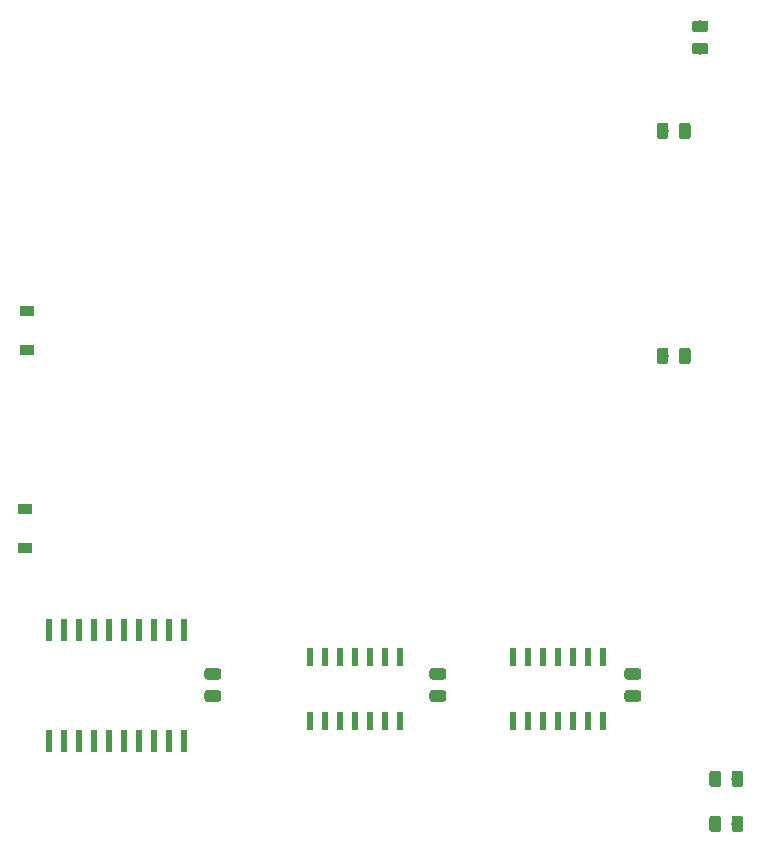
<source format=gtp>
%TF.GenerationSoftware,KiCad,Pcbnew,(5.0.0)*%
%TF.CreationDate,2018-09-17T10:05:30-07:00*%
%TF.ProjectId,6522,363532322E6B696361645F7063620000,0.1*%
%TF.SameCoordinates,PX6b302f8PY7fe6300*%
%TF.FileFunction,Paste,Top*%
%TF.FilePolarity,Positive*%
%FSLAX46Y46*%
G04 Gerber Fmt 4.6, Leading zero omitted, Abs format (unit mm)*
G04 Created by KiCad (PCBNEW (5.0.0)) date 09/17/18 10:05:30*
%MOMM*%
%LPD*%
G01*
G04 APERTURE LIST*
%ADD10R,0.600000X1.950000*%
%ADD11R,0.600000X1.500000*%
%ADD12C,0.100000*%
%ADD13C,0.975000*%
%ADD14R,1.200000X0.900000*%
G04 APERTURE END LIST*
D10*
X4445000Y17779000D03*
X5715000Y17779000D03*
X6985000Y17779000D03*
X8255000Y17779000D03*
X9525000Y17779000D03*
X10795000Y17779000D03*
X12065000Y17779000D03*
X13335000Y17779000D03*
X14605000Y17779000D03*
X15875000Y17779000D03*
X15875000Y27179000D03*
X14605000Y27179000D03*
X13335000Y27179000D03*
X12065000Y27179000D03*
X10795000Y27179000D03*
X9525000Y27179000D03*
X8255000Y27179000D03*
X6985000Y27179000D03*
X5715000Y27179000D03*
X4445000Y27179000D03*
D11*
X43688000Y19525000D03*
X44958000Y19525000D03*
X46228000Y19525000D03*
X47498000Y19525000D03*
X48768000Y19525000D03*
X50038000Y19525000D03*
X51308000Y19525000D03*
X51308000Y24925000D03*
X50038000Y24925000D03*
X48768000Y24925000D03*
X47498000Y24925000D03*
X46228000Y24925000D03*
X44958000Y24925000D03*
X43688000Y24925000D03*
X26543000Y24925000D03*
X27813000Y24925000D03*
X29083000Y24925000D03*
X30353000Y24925000D03*
X31623000Y24925000D03*
X32893000Y24925000D03*
X34163000Y24925000D03*
X34163000Y19525000D03*
X32893000Y19525000D03*
X31623000Y19525000D03*
X30353000Y19525000D03*
X29083000Y19525000D03*
X27813000Y19525000D03*
X26543000Y19525000D03*
D12*
G36*
X62975642Y11493826D02*
X62999303Y11490316D01*
X63022507Y11484504D01*
X63045029Y11476446D01*
X63066653Y11466218D01*
X63087170Y11453921D01*
X63106383Y11439671D01*
X63124107Y11423607D01*
X63140171Y11405883D01*
X63154421Y11386670D01*
X63166718Y11366153D01*
X63176946Y11344529D01*
X63185004Y11322007D01*
X63190816Y11298803D01*
X63194326Y11275142D01*
X63195500Y11251250D01*
X63195500Y10338750D01*
X63194326Y10314858D01*
X63190816Y10291197D01*
X63185004Y10267993D01*
X63176946Y10245471D01*
X63166718Y10223847D01*
X63154421Y10203330D01*
X63140171Y10184117D01*
X63124107Y10166393D01*
X63106383Y10150329D01*
X63087170Y10136079D01*
X63066653Y10123782D01*
X63045029Y10113554D01*
X63022507Y10105496D01*
X62999303Y10099684D01*
X62975642Y10096174D01*
X62951750Y10095000D01*
X62464250Y10095000D01*
X62440358Y10096174D01*
X62416697Y10099684D01*
X62393493Y10105496D01*
X62370971Y10113554D01*
X62349347Y10123782D01*
X62328830Y10136079D01*
X62309617Y10150329D01*
X62291893Y10166393D01*
X62275829Y10184117D01*
X62261579Y10203330D01*
X62249282Y10223847D01*
X62239054Y10245471D01*
X62230996Y10267993D01*
X62225184Y10291197D01*
X62221674Y10314858D01*
X62220500Y10338750D01*
X62220500Y11251250D01*
X62221674Y11275142D01*
X62225184Y11298803D01*
X62230996Y11322007D01*
X62239054Y11344529D01*
X62249282Y11366153D01*
X62261579Y11386670D01*
X62275829Y11405883D01*
X62291893Y11423607D01*
X62309617Y11439671D01*
X62328830Y11453921D01*
X62349347Y11466218D01*
X62370971Y11476446D01*
X62393493Y11484504D01*
X62416697Y11490316D01*
X62440358Y11493826D01*
X62464250Y11495000D01*
X62951750Y11495000D01*
X62975642Y11493826D01*
X62975642Y11493826D01*
G37*
D13*
X62708000Y10795000D03*
D12*
G36*
X61100642Y11493826D02*
X61124303Y11490316D01*
X61147507Y11484504D01*
X61170029Y11476446D01*
X61191653Y11466218D01*
X61212170Y11453921D01*
X61231383Y11439671D01*
X61249107Y11423607D01*
X61265171Y11405883D01*
X61279421Y11386670D01*
X61291718Y11366153D01*
X61301946Y11344529D01*
X61310004Y11322007D01*
X61315816Y11298803D01*
X61319326Y11275142D01*
X61320500Y11251250D01*
X61320500Y10338750D01*
X61319326Y10314858D01*
X61315816Y10291197D01*
X61310004Y10267993D01*
X61301946Y10245471D01*
X61291718Y10223847D01*
X61279421Y10203330D01*
X61265171Y10184117D01*
X61249107Y10166393D01*
X61231383Y10150329D01*
X61212170Y10136079D01*
X61191653Y10123782D01*
X61170029Y10113554D01*
X61147507Y10105496D01*
X61124303Y10099684D01*
X61100642Y10096174D01*
X61076750Y10095000D01*
X60589250Y10095000D01*
X60565358Y10096174D01*
X60541697Y10099684D01*
X60518493Y10105496D01*
X60495971Y10113554D01*
X60474347Y10123782D01*
X60453830Y10136079D01*
X60434617Y10150329D01*
X60416893Y10166393D01*
X60400829Y10184117D01*
X60386579Y10203330D01*
X60374282Y10223847D01*
X60364054Y10245471D01*
X60355996Y10267993D01*
X60350184Y10291197D01*
X60346674Y10314858D01*
X60345500Y10338750D01*
X60345500Y11251250D01*
X60346674Y11275142D01*
X60350184Y11298803D01*
X60355996Y11322007D01*
X60364054Y11344529D01*
X60374282Y11366153D01*
X60386579Y11386670D01*
X60400829Y11405883D01*
X60416893Y11423607D01*
X60434617Y11439671D01*
X60453830Y11453921D01*
X60474347Y11466218D01*
X60495971Y11476446D01*
X60518493Y11484504D01*
X60541697Y11490316D01*
X60565358Y11493826D01*
X60589250Y11495000D01*
X61076750Y11495000D01*
X61100642Y11493826D01*
X61100642Y11493826D01*
G37*
D13*
X60833000Y10795000D03*
D12*
G36*
X62975642Y15303826D02*
X62999303Y15300316D01*
X63022507Y15294504D01*
X63045029Y15286446D01*
X63066653Y15276218D01*
X63087170Y15263921D01*
X63106383Y15249671D01*
X63124107Y15233607D01*
X63140171Y15215883D01*
X63154421Y15196670D01*
X63166718Y15176153D01*
X63176946Y15154529D01*
X63185004Y15132007D01*
X63190816Y15108803D01*
X63194326Y15085142D01*
X63195500Y15061250D01*
X63195500Y14148750D01*
X63194326Y14124858D01*
X63190816Y14101197D01*
X63185004Y14077993D01*
X63176946Y14055471D01*
X63166718Y14033847D01*
X63154421Y14013330D01*
X63140171Y13994117D01*
X63124107Y13976393D01*
X63106383Y13960329D01*
X63087170Y13946079D01*
X63066653Y13933782D01*
X63045029Y13923554D01*
X63022507Y13915496D01*
X62999303Y13909684D01*
X62975642Y13906174D01*
X62951750Y13905000D01*
X62464250Y13905000D01*
X62440358Y13906174D01*
X62416697Y13909684D01*
X62393493Y13915496D01*
X62370971Y13923554D01*
X62349347Y13933782D01*
X62328830Y13946079D01*
X62309617Y13960329D01*
X62291893Y13976393D01*
X62275829Y13994117D01*
X62261579Y14013330D01*
X62249282Y14033847D01*
X62239054Y14055471D01*
X62230996Y14077993D01*
X62225184Y14101197D01*
X62221674Y14124858D01*
X62220500Y14148750D01*
X62220500Y15061250D01*
X62221674Y15085142D01*
X62225184Y15108803D01*
X62230996Y15132007D01*
X62239054Y15154529D01*
X62249282Y15176153D01*
X62261579Y15196670D01*
X62275829Y15215883D01*
X62291893Y15233607D01*
X62309617Y15249671D01*
X62328830Y15263921D01*
X62349347Y15276218D01*
X62370971Y15286446D01*
X62393493Y15294504D01*
X62416697Y15300316D01*
X62440358Y15303826D01*
X62464250Y15305000D01*
X62951750Y15305000D01*
X62975642Y15303826D01*
X62975642Y15303826D01*
G37*
D13*
X62708000Y14605000D03*
D12*
G36*
X61100642Y15303826D02*
X61124303Y15300316D01*
X61147507Y15294504D01*
X61170029Y15286446D01*
X61191653Y15276218D01*
X61212170Y15263921D01*
X61231383Y15249671D01*
X61249107Y15233607D01*
X61265171Y15215883D01*
X61279421Y15196670D01*
X61291718Y15176153D01*
X61301946Y15154529D01*
X61310004Y15132007D01*
X61315816Y15108803D01*
X61319326Y15085142D01*
X61320500Y15061250D01*
X61320500Y14148750D01*
X61319326Y14124858D01*
X61315816Y14101197D01*
X61310004Y14077993D01*
X61301946Y14055471D01*
X61291718Y14033847D01*
X61279421Y14013330D01*
X61265171Y13994117D01*
X61249107Y13976393D01*
X61231383Y13960329D01*
X61212170Y13946079D01*
X61191653Y13933782D01*
X61170029Y13923554D01*
X61147507Y13915496D01*
X61124303Y13909684D01*
X61100642Y13906174D01*
X61076750Y13905000D01*
X60589250Y13905000D01*
X60565358Y13906174D01*
X60541697Y13909684D01*
X60518493Y13915496D01*
X60495971Y13923554D01*
X60474347Y13933782D01*
X60453830Y13946079D01*
X60434617Y13960329D01*
X60416893Y13976393D01*
X60400829Y13994117D01*
X60386579Y14013330D01*
X60374282Y14033847D01*
X60364054Y14055471D01*
X60355996Y14077993D01*
X60350184Y14101197D01*
X60346674Y14124858D01*
X60345500Y14148750D01*
X60345500Y15061250D01*
X60346674Y15085142D01*
X60350184Y15108803D01*
X60355996Y15132007D01*
X60364054Y15154529D01*
X60374282Y15176153D01*
X60386579Y15196670D01*
X60400829Y15215883D01*
X60416893Y15233607D01*
X60434617Y15249671D01*
X60453830Y15263921D01*
X60474347Y15276218D01*
X60495971Y15286446D01*
X60518493Y15294504D01*
X60541697Y15300316D01*
X60565358Y15303826D01*
X60589250Y15305000D01*
X61076750Y15305000D01*
X61100642Y15303826D01*
X61100642Y15303826D01*
G37*
D13*
X60833000Y14605000D03*
D12*
G36*
X18768142Y23981326D02*
X18791803Y23977816D01*
X18815007Y23972004D01*
X18837529Y23963946D01*
X18859153Y23953718D01*
X18879670Y23941421D01*
X18898883Y23927171D01*
X18916607Y23911107D01*
X18932671Y23893383D01*
X18946921Y23874170D01*
X18959218Y23853653D01*
X18969446Y23832029D01*
X18977504Y23809507D01*
X18983316Y23786303D01*
X18986826Y23762642D01*
X18988000Y23738750D01*
X18988000Y23251250D01*
X18986826Y23227358D01*
X18983316Y23203697D01*
X18977504Y23180493D01*
X18969446Y23157971D01*
X18959218Y23136347D01*
X18946921Y23115830D01*
X18932671Y23096617D01*
X18916607Y23078893D01*
X18898883Y23062829D01*
X18879670Y23048579D01*
X18859153Y23036282D01*
X18837529Y23026054D01*
X18815007Y23017996D01*
X18791803Y23012184D01*
X18768142Y23008674D01*
X18744250Y23007500D01*
X17831750Y23007500D01*
X17807858Y23008674D01*
X17784197Y23012184D01*
X17760993Y23017996D01*
X17738471Y23026054D01*
X17716847Y23036282D01*
X17696330Y23048579D01*
X17677117Y23062829D01*
X17659393Y23078893D01*
X17643329Y23096617D01*
X17629079Y23115830D01*
X17616782Y23136347D01*
X17606554Y23157971D01*
X17598496Y23180493D01*
X17592684Y23203697D01*
X17589174Y23227358D01*
X17588000Y23251250D01*
X17588000Y23738750D01*
X17589174Y23762642D01*
X17592684Y23786303D01*
X17598496Y23809507D01*
X17606554Y23832029D01*
X17616782Y23853653D01*
X17629079Y23874170D01*
X17643329Y23893383D01*
X17659393Y23911107D01*
X17677117Y23927171D01*
X17696330Y23941421D01*
X17716847Y23953718D01*
X17738471Y23963946D01*
X17760993Y23972004D01*
X17784197Y23977816D01*
X17807858Y23981326D01*
X17831750Y23982500D01*
X18744250Y23982500D01*
X18768142Y23981326D01*
X18768142Y23981326D01*
G37*
D13*
X18288000Y23495000D03*
D12*
G36*
X18768142Y22106326D02*
X18791803Y22102816D01*
X18815007Y22097004D01*
X18837529Y22088946D01*
X18859153Y22078718D01*
X18879670Y22066421D01*
X18898883Y22052171D01*
X18916607Y22036107D01*
X18932671Y22018383D01*
X18946921Y21999170D01*
X18959218Y21978653D01*
X18969446Y21957029D01*
X18977504Y21934507D01*
X18983316Y21911303D01*
X18986826Y21887642D01*
X18988000Y21863750D01*
X18988000Y21376250D01*
X18986826Y21352358D01*
X18983316Y21328697D01*
X18977504Y21305493D01*
X18969446Y21282971D01*
X18959218Y21261347D01*
X18946921Y21240830D01*
X18932671Y21221617D01*
X18916607Y21203893D01*
X18898883Y21187829D01*
X18879670Y21173579D01*
X18859153Y21161282D01*
X18837529Y21151054D01*
X18815007Y21142996D01*
X18791803Y21137184D01*
X18768142Y21133674D01*
X18744250Y21132500D01*
X17831750Y21132500D01*
X17807858Y21133674D01*
X17784197Y21137184D01*
X17760993Y21142996D01*
X17738471Y21151054D01*
X17716847Y21161282D01*
X17696330Y21173579D01*
X17677117Y21187829D01*
X17659393Y21203893D01*
X17643329Y21221617D01*
X17629079Y21240830D01*
X17616782Y21261347D01*
X17606554Y21282971D01*
X17598496Y21305493D01*
X17592684Y21328697D01*
X17589174Y21352358D01*
X17588000Y21376250D01*
X17588000Y21863750D01*
X17589174Y21887642D01*
X17592684Y21911303D01*
X17598496Y21934507D01*
X17606554Y21957029D01*
X17616782Y21978653D01*
X17629079Y21999170D01*
X17643329Y22018383D01*
X17659393Y22036107D01*
X17677117Y22052171D01*
X17696330Y22066421D01*
X17716847Y22078718D01*
X17738471Y22088946D01*
X17760993Y22097004D01*
X17784197Y22102816D01*
X17807858Y22106326D01*
X17831750Y22107500D01*
X18744250Y22107500D01*
X18768142Y22106326D01*
X18768142Y22106326D01*
G37*
D13*
X18288000Y21620000D03*
D12*
G36*
X37818142Y22106326D02*
X37841803Y22102816D01*
X37865007Y22097004D01*
X37887529Y22088946D01*
X37909153Y22078718D01*
X37929670Y22066421D01*
X37948883Y22052171D01*
X37966607Y22036107D01*
X37982671Y22018383D01*
X37996921Y21999170D01*
X38009218Y21978653D01*
X38019446Y21957029D01*
X38027504Y21934507D01*
X38033316Y21911303D01*
X38036826Y21887642D01*
X38038000Y21863750D01*
X38038000Y21376250D01*
X38036826Y21352358D01*
X38033316Y21328697D01*
X38027504Y21305493D01*
X38019446Y21282971D01*
X38009218Y21261347D01*
X37996921Y21240830D01*
X37982671Y21221617D01*
X37966607Y21203893D01*
X37948883Y21187829D01*
X37929670Y21173579D01*
X37909153Y21161282D01*
X37887529Y21151054D01*
X37865007Y21142996D01*
X37841803Y21137184D01*
X37818142Y21133674D01*
X37794250Y21132500D01*
X36881750Y21132500D01*
X36857858Y21133674D01*
X36834197Y21137184D01*
X36810993Y21142996D01*
X36788471Y21151054D01*
X36766847Y21161282D01*
X36746330Y21173579D01*
X36727117Y21187829D01*
X36709393Y21203893D01*
X36693329Y21221617D01*
X36679079Y21240830D01*
X36666782Y21261347D01*
X36656554Y21282971D01*
X36648496Y21305493D01*
X36642684Y21328697D01*
X36639174Y21352358D01*
X36638000Y21376250D01*
X36638000Y21863750D01*
X36639174Y21887642D01*
X36642684Y21911303D01*
X36648496Y21934507D01*
X36656554Y21957029D01*
X36666782Y21978653D01*
X36679079Y21999170D01*
X36693329Y22018383D01*
X36709393Y22036107D01*
X36727117Y22052171D01*
X36746330Y22066421D01*
X36766847Y22078718D01*
X36788471Y22088946D01*
X36810993Y22097004D01*
X36834197Y22102816D01*
X36857858Y22106326D01*
X36881750Y22107500D01*
X37794250Y22107500D01*
X37818142Y22106326D01*
X37818142Y22106326D01*
G37*
D13*
X37338000Y21620000D03*
D12*
G36*
X37818142Y23981326D02*
X37841803Y23977816D01*
X37865007Y23972004D01*
X37887529Y23963946D01*
X37909153Y23953718D01*
X37929670Y23941421D01*
X37948883Y23927171D01*
X37966607Y23911107D01*
X37982671Y23893383D01*
X37996921Y23874170D01*
X38009218Y23853653D01*
X38019446Y23832029D01*
X38027504Y23809507D01*
X38033316Y23786303D01*
X38036826Y23762642D01*
X38038000Y23738750D01*
X38038000Y23251250D01*
X38036826Y23227358D01*
X38033316Y23203697D01*
X38027504Y23180493D01*
X38019446Y23157971D01*
X38009218Y23136347D01*
X37996921Y23115830D01*
X37982671Y23096617D01*
X37966607Y23078893D01*
X37948883Y23062829D01*
X37929670Y23048579D01*
X37909153Y23036282D01*
X37887529Y23026054D01*
X37865007Y23017996D01*
X37841803Y23012184D01*
X37818142Y23008674D01*
X37794250Y23007500D01*
X36881750Y23007500D01*
X36857858Y23008674D01*
X36834197Y23012184D01*
X36810993Y23017996D01*
X36788471Y23026054D01*
X36766847Y23036282D01*
X36746330Y23048579D01*
X36727117Y23062829D01*
X36709393Y23078893D01*
X36693329Y23096617D01*
X36679079Y23115830D01*
X36666782Y23136347D01*
X36656554Y23157971D01*
X36648496Y23180493D01*
X36642684Y23203697D01*
X36639174Y23227358D01*
X36638000Y23251250D01*
X36638000Y23738750D01*
X36639174Y23762642D01*
X36642684Y23786303D01*
X36648496Y23809507D01*
X36656554Y23832029D01*
X36666782Y23853653D01*
X36679079Y23874170D01*
X36693329Y23893383D01*
X36709393Y23911107D01*
X36727117Y23927171D01*
X36746330Y23941421D01*
X36766847Y23953718D01*
X36788471Y23963946D01*
X36810993Y23972004D01*
X36834197Y23977816D01*
X36857858Y23981326D01*
X36881750Y23982500D01*
X37794250Y23982500D01*
X37818142Y23981326D01*
X37818142Y23981326D01*
G37*
D13*
X37338000Y23495000D03*
D12*
G36*
X54328142Y23981326D02*
X54351803Y23977816D01*
X54375007Y23972004D01*
X54397529Y23963946D01*
X54419153Y23953718D01*
X54439670Y23941421D01*
X54458883Y23927171D01*
X54476607Y23911107D01*
X54492671Y23893383D01*
X54506921Y23874170D01*
X54519218Y23853653D01*
X54529446Y23832029D01*
X54537504Y23809507D01*
X54543316Y23786303D01*
X54546826Y23762642D01*
X54548000Y23738750D01*
X54548000Y23251250D01*
X54546826Y23227358D01*
X54543316Y23203697D01*
X54537504Y23180493D01*
X54529446Y23157971D01*
X54519218Y23136347D01*
X54506921Y23115830D01*
X54492671Y23096617D01*
X54476607Y23078893D01*
X54458883Y23062829D01*
X54439670Y23048579D01*
X54419153Y23036282D01*
X54397529Y23026054D01*
X54375007Y23017996D01*
X54351803Y23012184D01*
X54328142Y23008674D01*
X54304250Y23007500D01*
X53391750Y23007500D01*
X53367858Y23008674D01*
X53344197Y23012184D01*
X53320993Y23017996D01*
X53298471Y23026054D01*
X53276847Y23036282D01*
X53256330Y23048579D01*
X53237117Y23062829D01*
X53219393Y23078893D01*
X53203329Y23096617D01*
X53189079Y23115830D01*
X53176782Y23136347D01*
X53166554Y23157971D01*
X53158496Y23180493D01*
X53152684Y23203697D01*
X53149174Y23227358D01*
X53148000Y23251250D01*
X53148000Y23738750D01*
X53149174Y23762642D01*
X53152684Y23786303D01*
X53158496Y23809507D01*
X53166554Y23832029D01*
X53176782Y23853653D01*
X53189079Y23874170D01*
X53203329Y23893383D01*
X53219393Y23911107D01*
X53237117Y23927171D01*
X53256330Y23941421D01*
X53276847Y23953718D01*
X53298471Y23963946D01*
X53320993Y23972004D01*
X53344197Y23977816D01*
X53367858Y23981326D01*
X53391750Y23982500D01*
X54304250Y23982500D01*
X54328142Y23981326D01*
X54328142Y23981326D01*
G37*
D13*
X53848000Y23495000D03*
D12*
G36*
X54328142Y22106326D02*
X54351803Y22102816D01*
X54375007Y22097004D01*
X54397529Y22088946D01*
X54419153Y22078718D01*
X54439670Y22066421D01*
X54458883Y22052171D01*
X54476607Y22036107D01*
X54492671Y22018383D01*
X54506921Y21999170D01*
X54519218Y21978653D01*
X54529446Y21957029D01*
X54537504Y21934507D01*
X54543316Y21911303D01*
X54546826Y21887642D01*
X54548000Y21863750D01*
X54548000Y21376250D01*
X54546826Y21352358D01*
X54543316Y21328697D01*
X54537504Y21305493D01*
X54529446Y21282971D01*
X54519218Y21261347D01*
X54506921Y21240830D01*
X54492671Y21221617D01*
X54476607Y21203893D01*
X54458883Y21187829D01*
X54439670Y21173579D01*
X54419153Y21161282D01*
X54397529Y21151054D01*
X54375007Y21142996D01*
X54351803Y21137184D01*
X54328142Y21133674D01*
X54304250Y21132500D01*
X53391750Y21132500D01*
X53367858Y21133674D01*
X53344197Y21137184D01*
X53320993Y21142996D01*
X53298471Y21151054D01*
X53276847Y21161282D01*
X53256330Y21173579D01*
X53237117Y21187829D01*
X53219393Y21203893D01*
X53203329Y21221617D01*
X53189079Y21240830D01*
X53176782Y21261347D01*
X53166554Y21282971D01*
X53158496Y21305493D01*
X53152684Y21328697D01*
X53149174Y21352358D01*
X53148000Y21376250D01*
X53148000Y21863750D01*
X53149174Y21887642D01*
X53152684Y21911303D01*
X53158496Y21934507D01*
X53166554Y21957029D01*
X53176782Y21978653D01*
X53189079Y21999170D01*
X53203329Y22018383D01*
X53219393Y22036107D01*
X53237117Y22052171D01*
X53256330Y22066421D01*
X53276847Y22078718D01*
X53298471Y22088946D01*
X53320993Y22097004D01*
X53344197Y22102816D01*
X53367858Y22106326D01*
X53391750Y22107500D01*
X54304250Y22107500D01*
X54328142Y22106326D01*
X54328142Y22106326D01*
G37*
D13*
X53848000Y21620000D03*
D12*
G36*
X56655642Y51117826D02*
X56679303Y51114316D01*
X56702507Y51108504D01*
X56725029Y51100446D01*
X56746653Y51090218D01*
X56767170Y51077921D01*
X56786383Y51063671D01*
X56804107Y51047607D01*
X56820171Y51029883D01*
X56834421Y51010670D01*
X56846718Y50990153D01*
X56856946Y50968529D01*
X56865004Y50946007D01*
X56870816Y50922803D01*
X56874326Y50899142D01*
X56875500Y50875250D01*
X56875500Y49962750D01*
X56874326Y49938858D01*
X56870816Y49915197D01*
X56865004Y49891993D01*
X56856946Y49869471D01*
X56846718Y49847847D01*
X56834421Y49827330D01*
X56820171Y49808117D01*
X56804107Y49790393D01*
X56786383Y49774329D01*
X56767170Y49760079D01*
X56746653Y49747782D01*
X56725029Y49737554D01*
X56702507Y49729496D01*
X56679303Y49723684D01*
X56655642Y49720174D01*
X56631750Y49719000D01*
X56144250Y49719000D01*
X56120358Y49720174D01*
X56096697Y49723684D01*
X56073493Y49729496D01*
X56050971Y49737554D01*
X56029347Y49747782D01*
X56008830Y49760079D01*
X55989617Y49774329D01*
X55971893Y49790393D01*
X55955829Y49808117D01*
X55941579Y49827330D01*
X55929282Y49847847D01*
X55919054Y49869471D01*
X55910996Y49891993D01*
X55905184Y49915197D01*
X55901674Y49938858D01*
X55900500Y49962750D01*
X55900500Y50875250D01*
X55901674Y50899142D01*
X55905184Y50922803D01*
X55910996Y50946007D01*
X55919054Y50968529D01*
X55929282Y50990153D01*
X55941579Y51010670D01*
X55955829Y51029883D01*
X55971893Y51047607D01*
X55989617Y51063671D01*
X56008830Y51077921D01*
X56029347Y51090218D01*
X56050971Y51100446D01*
X56073493Y51108504D01*
X56096697Y51114316D01*
X56120358Y51117826D01*
X56144250Y51119000D01*
X56631750Y51119000D01*
X56655642Y51117826D01*
X56655642Y51117826D01*
G37*
D13*
X56388000Y50419000D03*
D12*
G36*
X58530642Y51117826D02*
X58554303Y51114316D01*
X58577507Y51108504D01*
X58600029Y51100446D01*
X58621653Y51090218D01*
X58642170Y51077921D01*
X58661383Y51063671D01*
X58679107Y51047607D01*
X58695171Y51029883D01*
X58709421Y51010670D01*
X58721718Y50990153D01*
X58731946Y50968529D01*
X58740004Y50946007D01*
X58745816Y50922803D01*
X58749326Y50899142D01*
X58750500Y50875250D01*
X58750500Y49962750D01*
X58749326Y49938858D01*
X58745816Y49915197D01*
X58740004Y49891993D01*
X58731946Y49869471D01*
X58721718Y49847847D01*
X58709421Y49827330D01*
X58695171Y49808117D01*
X58679107Y49790393D01*
X58661383Y49774329D01*
X58642170Y49760079D01*
X58621653Y49747782D01*
X58600029Y49737554D01*
X58577507Y49729496D01*
X58554303Y49723684D01*
X58530642Y49720174D01*
X58506750Y49719000D01*
X58019250Y49719000D01*
X57995358Y49720174D01*
X57971697Y49723684D01*
X57948493Y49729496D01*
X57925971Y49737554D01*
X57904347Y49747782D01*
X57883830Y49760079D01*
X57864617Y49774329D01*
X57846893Y49790393D01*
X57830829Y49808117D01*
X57816579Y49827330D01*
X57804282Y49847847D01*
X57794054Y49869471D01*
X57785996Y49891993D01*
X57780184Y49915197D01*
X57776674Y49938858D01*
X57775500Y49962750D01*
X57775500Y50875250D01*
X57776674Y50899142D01*
X57780184Y50922803D01*
X57785996Y50946007D01*
X57794054Y50968529D01*
X57804282Y50990153D01*
X57816579Y51010670D01*
X57830829Y51029883D01*
X57846893Y51047607D01*
X57864617Y51063671D01*
X57883830Y51077921D01*
X57904347Y51090218D01*
X57925971Y51100446D01*
X57948493Y51108504D01*
X57971697Y51114316D01*
X57995358Y51117826D01*
X58019250Y51119000D01*
X58506750Y51119000D01*
X58530642Y51117826D01*
X58530642Y51117826D01*
G37*
D13*
X58263000Y50419000D03*
D12*
G36*
X58530642Y70167826D02*
X58554303Y70164316D01*
X58577507Y70158504D01*
X58600029Y70150446D01*
X58621653Y70140218D01*
X58642170Y70127921D01*
X58661383Y70113671D01*
X58679107Y70097607D01*
X58695171Y70079883D01*
X58709421Y70060670D01*
X58721718Y70040153D01*
X58731946Y70018529D01*
X58740004Y69996007D01*
X58745816Y69972803D01*
X58749326Y69949142D01*
X58750500Y69925250D01*
X58750500Y69012750D01*
X58749326Y68988858D01*
X58745816Y68965197D01*
X58740004Y68941993D01*
X58731946Y68919471D01*
X58721718Y68897847D01*
X58709421Y68877330D01*
X58695171Y68858117D01*
X58679107Y68840393D01*
X58661383Y68824329D01*
X58642170Y68810079D01*
X58621653Y68797782D01*
X58600029Y68787554D01*
X58577507Y68779496D01*
X58554303Y68773684D01*
X58530642Y68770174D01*
X58506750Y68769000D01*
X58019250Y68769000D01*
X57995358Y68770174D01*
X57971697Y68773684D01*
X57948493Y68779496D01*
X57925971Y68787554D01*
X57904347Y68797782D01*
X57883830Y68810079D01*
X57864617Y68824329D01*
X57846893Y68840393D01*
X57830829Y68858117D01*
X57816579Y68877330D01*
X57804282Y68897847D01*
X57794054Y68919471D01*
X57785996Y68941993D01*
X57780184Y68965197D01*
X57776674Y68988858D01*
X57775500Y69012750D01*
X57775500Y69925250D01*
X57776674Y69949142D01*
X57780184Y69972803D01*
X57785996Y69996007D01*
X57794054Y70018529D01*
X57804282Y70040153D01*
X57816579Y70060670D01*
X57830829Y70079883D01*
X57846893Y70097607D01*
X57864617Y70113671D01*
X57883830Y70127921D01*
X57904347Y70140218D01*
X57925971Y70150446D01*
X57948493Y70158504D01*
X57971697Y70164316D01*
X57995358Y70167826D01*
X58019250Y70169000D01*
X58506750Y70169000D01*
X58530642Y70167826D01*
X58530642Y70167826D01*
G37*
D13*
X58263000Y69469000D03*
D12*
G36*
X56655642Y70167826D02*
X56679303Y70164316D01*
X56702507Y70158504D01*
X56725029Y70150446D01*
X56746653Y70140218D01*
X56767170Y70127921D01*
X56786383Y70113671D01*
X56804107Y70097607D01*
X56820171Y70079883D01*
X56834421Y70060670D01*
X56846718Y70040153D01*
X56856946Y70018529D01*
X56865004Y69996007D01*
X56870816Y69972803D01*
X56874326Y69949142D01*
X56875500Y69925250D01*
X56875500Y69012750D01*
X56874326Y68988858D01*
X56870816Y68965197D01*
X56865004Y68941993D01*
X56856946Y68919471D01*
X56846718Y68897847D01*
X56834421Y68877330D01*
X56820171Y68858117D01*
X56804107Y68840393D01*
X56786383Y68824329D01*
X56767170Y68810079D01*
X56746653Y68797782D01*
X56725029Y68787554D01*
X56702507Y68779496D01*
X56679303Y68773684D01*
X56655642Y68770174D01*
X56631750Y68769000D01*
X56144250Y68769000D01*
X56120358Y68770174D01*
X56096697Y68773684D01*
X56073493Y68779496D01*
X56050971Y68787554D01*
X56029347Y68797782D01*
X56008830Y68810079D01*
X55989617Y68824329D01*
X55971893Y68840393D01*
X55955829Y68858117D01*
X55941579Y68877330D01*
X55929282Y68897847D01*
X55919054Y68919471D01*
X55910996Y68941993D01*
X55905184Y68965197D01*
X55901674Y68988858D01*
X55900500Y69012750D01*
X55900500Y69925250D01*
X55901674Y69949142D01*
X55905184Y69972803D01*
X55910996Y69996007D01*
X55919054Y70018529D01*
X55929282Y70040153D01*
X55941579Y70060670D01*
X55955829Y70079883D01*
X55971893Y70097607D01*
X55989617Y70113671D01*
X56008830Y70127921D01*
X56029347Y70140218D01*
X56050971Y70150446D01*
X56073493Y70158504D01*
X56096697Y70164316D01*
X56120358Y70167826D01*
X56144250Y70169000D01*
X56631750Y70169000D01*
X56655642Y70167826D01*
X56655642Y70167826D01*
G37*
D13*
X56388000Y69469000D03*
D12*
G36*
X60036684Y78798621D02*
X60060345Y78795111D01*
X60083549Y78789299D01*
X60106071Y78781241D01*
X60127695Y78771013D01*
X60148212Y78758716D01*
X60167425Y78744466D01*
X60185149Y78728402D01*
X60201213Y78710678D01*
X60215463Y78691465D01*
X60227760Y78670948D01*
X60237988Y78649324D01*
X60246046Y78626802D01*
X60251858Y78603598D01*
X60255368Y78579937D01*
X60256542Y78556045D01*
X60256542Y78068545D01*
X60255368Y78044653D01*
X60251858Y78020992D01*
X60246046Y77997788D01*
X60237988Y77975266D01*
X60227760Y77953642D01*
X60215463Y77933125D01*
X60201213Y77913912D01*
X60185149Y77896188D01*
X60167425Y77880124D01*
X60148212Y77865874D01*
X60127695Y77853577D01*
X60106071Y77843349D01*
X60083549Y77835291D01*
X60060345Y77829479D01*
X60036684Y77825969D01*
X60012792Y77824795D01*
X59100292Y77824795D01*
X59076400Y77825969D01*
X59052739Y77829479D01*
X59029535Y77835291D01*
X59007013Y77843349D01*
X58985389Y77853577D01*
X58964872Y77865874D01*
X58945659Y77880124D01*
X58927935Y77896188D01*
X58911871Y77913912D01*
X58897621Y77933125D01*
X58885324Y77953642D01*
X58875096Y77975266D01*
X58867038Y77997788D01*
X58861226Y78020992D01*
X58857716Y78044653D01*
X58856542Y78068545D01*
X58856542Y78556045D01*
X58857716Y78579937D01*
X58861226Y78603598D01*
X58867038Y78626802D01*
X58875096Y78649324D01*
X58885324Y78670948D01*
X58897621Y78691465D01*
X58911871Y78710678D01*
X58927935Y78728402D01*
X58945659Y78744466D01*
X58964872Y78758716D01*
X58985389Y78771013D01*
X59007013Y78781241D01*
X59029535Y78789299D01*
X59052739Y78795111D01*
X59076400Y78798621D01*
X59100292Y78799795D01*
X60012792Y78799795D01*
X60036684Y78798621D01*
X60036684Y78798621D01*
G37*
D13*
X59556542Y78312295D03*
D12*
G36*
X60036684Y76923621D02*
X60060345Y76920111D01*
X60083549Y76914299D01*
X60106071Y76906241D01*
X60127695Y76896013D01*
X60148212Y76883716D01*
X60167425Y76869466D01*
X60185149Y76853402D01*
X60201213Y76835678D01*
X60215463Y76816465D01*
X60227760Y76795948D01*
X60237988Y76774324D01*
X60246046Y76751802D01*
X60251858Y76728598D01*
X60255368Y76704937D01*
X60256542Y76681045D01*
X60256542Y76193545D01*
X60255368Y76169653D01*
X60251858Y76145992D01*
X60246046Y76122788D01*
X60237988Y76100266D01*
X60227760Y76078642D01*
X60215463Y76058125D01*
X60201213Y76038912D01*
X60185149Y76021188D01*
X60167425Y76005124D01*
X60148212Y75990874D01*
X60127695Y75978577D01*
X60106071Y75968349D01*
X60083549Y75960291D01*
X60060345Y75954479D01*
X60036684Y75950969D01*
X60012792Y75949795D01*
X59100292Y75949795D01*
X59076400Y75950969D01*
X59052739Y75954479D01*
X59029535Y75960291D01*
X59007013Y75968349D01*
X58985389Y75978577D01*
X58964872Y75990874D01*
X58945659Y76005124D01*
X58927935Y76021188D01*
X58911871Y76038912D01*
X58897621Y76058125D01*
X58885324Y76078642D01*
X58875096Y76100266D01*
X58867038Y76122788D01*
X58861226Y76145992D01*
X58857716Y76169653D01*
X58856542Y76193545D01*
X58856542Y76681045D01*
X58857716Y76704937D01*
X58861226Y76728598D01*
X58867038Y76751802D01*
X58875096Y76774324D01*
X58885324Y76795948D01*
X58897621Y76816465D01*
X58911871Y76835678D01*
X58927935Y76853402D01*
X58945659Y76869466D01*
X58964872Y76883716D01*
X58985389Y76896013D01*
X59007013Y76906241D01*
X59029535Y76914299D01*
X59052739Y76920111D01*
X59076400Y76923621D01*
X59100292Y76924795D01*
X60012792Y76924795D01*
X60036684Y76923621D01*
X60036684Y76923621D01*
G37*
D13*
X59556542Y76437295D03*
D14*
X2413000Y37464000D03*
X2413000Y34164000D03*
X2540000Y50928000D03*
X2540000Y54228000D03*
M02*

</source>
